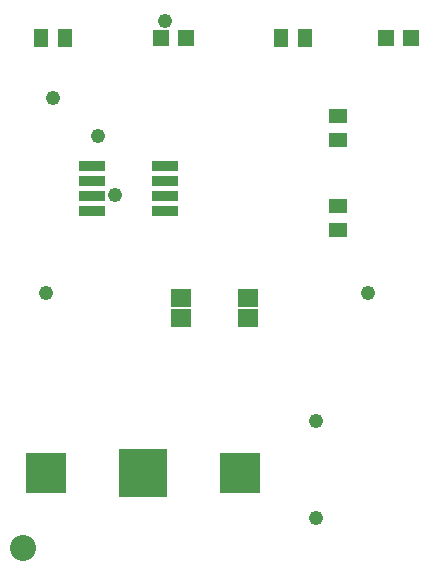
<source format=gts>
G75*
%MOIN*%
%OFA0B0*%
%FSLAX25Y25*%
%IPPOS*%
%LPD*%
%AMOC8*
5,1,8,0,0,1.08239X$1,22.5*
%
%ADD10C,0.08674*%
%ADD11R,0.16154X0.16154*%
%ADD12R,0.13398X0.13398*%
%ADD13R,0.06706X0.05918*%
%ADD14R,0.08800X0.03400*%
%ADD15R,0.05524X0.05524*%
%ADD16R,0.06312X0.05131*%
%ADD17R,0.05131X0.06312*%
%ADD18C,0.04800*%
%ADD19C,0.04762*%
D10*
X0016800Y0016800D03*
D11*
X0056800Y0041800D03*
D12*
X0024517Y0041800D03*
X0089083Y0041800D03*
D13*
X0091800Y0093454D03*
X0091800Y0100146D03*
X0069300Y0100146D03*
X0069300Y0093454D03*
D14*
X0063900Y0129300D03*
X0063900Y0134300D03*
X0063900Y0139300D03*
X0063900Y0144300D03*
X0039700Y0144300D03*
X0039700Y0139300D03*
X0039700Y0134300D03*
X0039700Y0129300D03*
D15*
X0062666Y0186800D03*
X0070934Y0186800D03*
X0137666Y0186800D03*
X0145934Y0186800D03*
D16*
X0121800Y0160737D03*
X0121800Y0152863D03*
X0121800Y0130737D03*
X0121800Y0122863D03*
D17*
X0110737Y0186800D03*
X0102863Y0186800D03*
X0030737Y0186800D03*
X0022863Y0186800D03*
D18*
X0047500Y0134400D03*
X0064000Y0192700D03*
D19*
X0041800Y0154300D03*
X0026800Y0166800D03*
X0024300Y0101800D03*
X0114300Y0059300D03*
X0114300Y0026800D03*
X0131800Y0101800D03*
M02*

</source>
